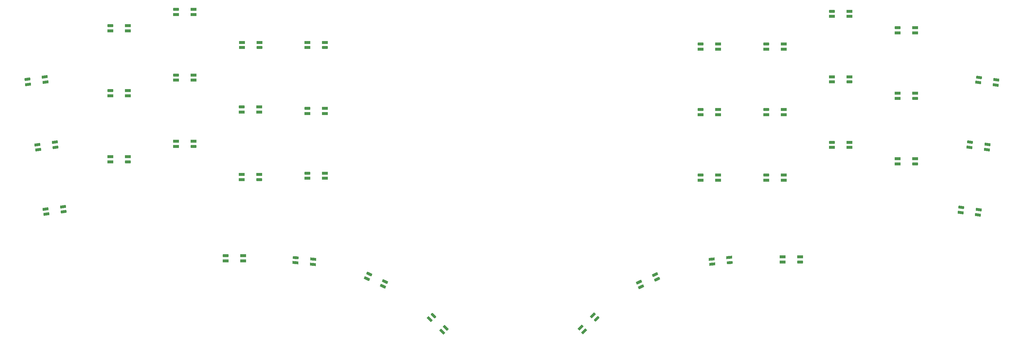
<source format=gbr>
G04 #@! TF.GenerationSoftware,KiCad,Pcbnew,(6.0.7)*
G04 #@! TF.CreationDate,2022-09-25T19:35:04+02:00*
G04 #@! TF.ProjectId,xiao_split,7869616f-5f73-4706-9c69-742e6b696361,rev?*
G04 #@! TF.SameCoordinates,Original*
G04 #@! TF.FileFunction,Paste,Bot*
G04 #@! TF.FilePolarity,Positive*
%FSLAX46Y46*%
G04 Gerber Fmt 4.6, Leading zero omitted, Abs format (unit mm)*
G04 Created by KiCad (PCBNEW (6.0.7)) date 2022-09-25 19:35:04*
%MOMM*%
%LPD*%
G01*
G04 APERTURE LIST*
G04 Aperture macros list*
%AMRoundRect*
0 Rectangle with rounded corners*
0 $1 Rounding radius*
0 $2 $3 $4 $5 $6 $7 $8 $9 X,Y pos of 4 corners*
0 Add a 4 corners polygon primitive as box body*
4,1,4,$2,$3,$4,$5,$6,$7,$8,$9,$2,$3,0*
0 Add four circle primitives for the rounded corners*
1,1,$1+$1,$2,$3*
1,1,$1+$1,$4,$5*
1,1,$1+$1,$6,$7*
1,1,$1+$1,$8,$9*
0 Add four rect primitives between the rounded corners*
20,1,$1+$1,$2,$3,$4,$5,0*
20,1,$1+$1,$4,$5,$6,$7,0*
20,1,$1+$1,$6,$7,$8,$9,0*
20,1,$1+$1,$8,$9,$2,$3,0*%
%AMRotRect*
0 Rectangle, with rotation*
0 The origin of the aperture is its center*
0 $1 length*
0 $2 width*
0 $3 Rotation angle, in degrees counterclockwise*
0 Add horizontal line*
21,1,$1,$2,0,0,$3*%
G04 Aperture macros list end*
%ADD10R,1.700000X0.820000*%
%ADD11RoundRect,0.205000X0.645000X0.205000X-0.645000X0.205000X-0.645000X-0.205000X0.645000X-0.205000X0*%
%ADD12RotRect,1.700000X0.820000X172.000000*%
%ADD13RoundRect,0.205000X0.667253X0.113238X-0.610192X0.292772X-0.667253X-0.113238X0.610192X-0.292772X0*%
%ADD14RoundRect,0.205000X-0.645000X-0.205000X0.645000X-0.205000X0.645000X0.205000X-0.645000X0.205000X0*%
%ADD15RotRect,1.700000X0.820000X5.000000*%
%ADD16RoundRect,0.205000X-0.624679X-0.260435X0.660413X-0.148004X0.624679X0.260435X-0.660413X0.148004X0*%
%ADD17RotRect,1.700000X0.820000X45.000000*%
%ADD18RoundRect,0.205000X-0.311127X-0.601041X0.601041X0.311127X0.311127X0.601041X-0.601041X-0.311127X0*%
%ADD19RotRect,1.700000X0.820000X25.000000*%
%ADD20RoundRect,0.205000X-0.497932X-0.458382X0.671205X0.086796X0.497932X0.458382X-0.671205X-0.086796X0*%
%ADD21RotRect,1.700000X0.820000X8.000000*%
%ADD22RoundRect,0.205000X-0.610192X-0.292772X0.667253X-0.113238X0.610192X0.292772X-0.667253X0.113238X0*%
%ADD23RotRect,1.700000X0.820000X155.000000*%
%ADD24RoundRect,0.205000X0.671205X-0.086796X-0.497932X0.458382X-0.671205X0.086796X0.497932X-0.458382X0*%
%ADD25RotRect,1.700000X0.820000X175.000000*%
%ADD26RoundRect,0.205000X0.660413X0.148004X-0.624679X0.260435X-0.660413X-0.148004X0.624679X-0.260435X0*%
%ADD27RotRect,1.700000X0.820000X135.000000*%
%ADD28RoundRect,0.205000X0.601041X-0.311127X-0.311127X0.601041X-0.601041X0.311127X0.311127X-0.601041X0*%
%ADD29RotRect,1.700000X0.820000X188.000000*%
%ADD30RoundRect,0.205000X0.610192X0.292772X-0.667253X0.113238X-0.610192X-0.292772X0.667253X-0.113238X0*%
G04 APERTURE END LIST*
D10*
G04 #@! TO.C,D11*
X103080000Y-69160000D03*
X103080000Y-67660000D03*
D11*
X97980000Y-67660000D03*
D10*
X97980000Y-69160000D03*
G04 #@! TD*
D12*
G04 #@! TO.C,D33*
X352180804Y-84827592D03*
X352389563Y-83342190D03*
D13*
X347339196Y-82632408D03*
D12*
X347130437Y-84117810D03*
G04 #@! TD*
D10*
G04 #@! TO.C,D52*
X326300000Y-87442500D03*
X326300000Y-88942500D03*
D14*
X331400000Y-88942500D03*
D10*
X331400000Y-87442500D03*
G04 #@! TD*
G04 #@! TO.C,D53*
X293300000Y-74655000D03*
X293300000Y-73155000D03*
D11*
X288200000Y-73155000D03*
D10*
X288200000Y-74655000D03*
G04 #@! TD*
D15*
G04 #@! TO.C,D39*
X272384337Y-116635101D03*
X272515070Y-118129393D03*
D16*
X277595663Y-117684899D03*
D15*
X277464930Y-116190607D03*
G04 #@! TD*
D17*
G04 #@! TO.C,D51*
X234336548Y-136592792D03*
X235397208Y-137653452D03*
D18*
X239003452Y-134047208D03*
D17*
X237942792Y-132986548D03*
G04 #@! TD*
D10*
G04 #@! TO.C,D16*
X122090000Y-45560000D03*
X122090000Y-44060000D03*
D11*
X116990000Y-44060000D03*
D10*
X116990000Y-45560000D03*
G04 #@! TD*
D19*
G04 #@! TO.C,D43*
X251291951Y-123337946D03*
X251925879Y-124697407D03*
D20*
X256548049Y-122542054D03*
D19*
X255914121Y-121182593D03*
G04 #@! TD*
D10*
G04 #@! TO.C,D4*
X155070000Y-53630000D03*
X155070000Y-55130000D03*
D14*
X160170000Y-55130000D03*
D10*
X160170000Y-53630000D03*
G04 #@! TD*
G04 #@! TO.C,D56*
X274250000Y-74655000D03*
X274250000Y-73155000D03*
D11*
X269150000Y-73155000D03*
D10*
X269150000Y-74655000D03*
G04 #@! TD*
G04 #@! TO.C,D24*
X103080000Y-50295000D03*
X103080000Y-48795000D03*
D11*
X97980000Y-48795000D03*
D10*
X97980000Y-50295000D03*
G04 #@! TD*
G04 #@! TO.C,D32*
X274250000Y-93705000D03*
X274250000Y-92205000D03*
D11*
X269150000Y-92205000D03*
D10*
X269150000Y-93705000D03*
G04 #@! TD*
G04 #@! TO.C,D22*
X97970000Y-86890000D03*
X97970000Y-88390000D03*
D14*
X103070000Y-88390000D03*
D10*
X103070000Y-86890000D03*
G04 #@! TD*
D21*
G04 #@! TO.C,D3*
X76810437Y-83367190D03*
X77019196Y-84852592D03*
D22*
X82069563Y-84142810D03*
D21*
X81860804Y-82657408D03*
G04 #@! TD*
D10*
G04 #@! TO.C,D23*
X141150000Y-73915000D03*
X141150000Y-72415000D03*
D11*
X136050000Y-72415000D03*
D10*
X136050000Y-73915000D03*
G04 #@! TD*
G04 #@! TO.C,D44*
X312350000Y-84180000D03*
X312350000Y-82680000D03*
D11*
X307250000Y-82680000D03*
D10*
X307250000Y-84180000D03*
G04 #@! TD*
G04 #@! TO.C,D54*
X331400000Y-50842500D03*
X331400000Y-49342500D03*
D11*
X326300000Y-49342500D03*
D10*
X326300000Y-50842500D03*
G04 #@! TD*
G04 #@! TO.C,D1*
X136463235Y-117164771D03*
X136463235Y-115664771D03*
D11*
X131363235Y-115664771D03*
D10*
X131363235Y-117164771D03*
G04 #@! TD*
G04 #@! TO.C,D31*
X292962500Y-116017500D03*
X292962500Y-117517500D03*
D14*
X298062500Y-117517500D03*
D10*
X298062500Y-116017500D03*
G04 #@! TD*
G04 #@! TO.C,D14*
X116980000Y-82410000D03*
X116980000Y-83910000D03*
D14*
X122080000Y-83910000D03*
D10*
X122080000Y-82410000D03*
G04 #@! TD*
G04 #@! TO.C,D45*
X307250000Y-63630000D03*
X307250000Y-65130000D03*
D14*
X312350000Y-65130000D03*
D10*
X312350000Y-63630000D03*
G04 #@! TD*
G04 #@! TO.C,D2*
X160170000Y-93150000D03*
X160170000Y-91650000D03*
D11*
X155070000Y-91650000D03*
D10*
X155070000Y-93150000D03*
G04 #@! TD*
D12*
G04 #@! TO.C,D57*
X354750804Y-66000232D03*
X354959563Y-64514830D03*
D13*
X349909196Y-63805048D03*
D12*
X349700437Y-65290450D03*
G04 #@! TD*
D10*
G04 #@! TO.C,D40*
X293300000Y-93705000D03*
X293300000Y-92205000D03*
D11*
X288200000Y-92205000D03*
D10*
X288200000Y-93705000D03*
G04 #@! TD*
G04 #@! TO.C,D41*
X326300000Y-68392500D03*
X326300000Y-69892500D03*
D14*
X331400000Y-69892500D03*
D10*
X331400000Y-68392500D03*
G04 #@! TD*
G04 #@! TO.C,D12*
X136150000Y-53645000D03*
X136150000Y-55145000D03*
D14*
X141250000Y-55145000D03*
D10*
X141250000Y-53645000D03*
G04 #@! TD*
G04 #@! TO.C,D26*
X160170000Y-74335000D03*
X160170000Y-72835000D03*
D11*
X155070000Y-72835000D03*
D10*
X155070000Y-74335000D03*
G04 #@! TD*
G04 #@! TO.C,D15*
X122090000Y-64620000D03*
X122090000Y-63120000D03*
D11*
X116990000Y-63120000D03*
D10*
X116990000Y-64620000D03*
G04 #@! TD*
G04 #@! TO.C,D42*
X293300000Y-55605000D03*
X293300000Y-54105000D03*
D11*
X288200000Y-54105000D03*
D10*
X288200000Y-55605000D03*
G04 #@! TD*
D23*
G04 #@! TO.C,D13*
X177034121Y-124527407D03*
X177668049Y-123167946D03*
D24*
X173045879Y-121012593D03*
D23*
X172411951Y-122372054D03*
G04 #@! TD*
D21*
G04 #@! TO.C,D25*
X79180437Y-102092190D03*
X79389196Y-103577592D03*
D22*
X84439563Y-102867810D03*
D21*
X84230804Y-101382408D03*
G04 #@! TD*
D12*
G04 #@! TO.C,D55*
X349630804Y-103787592D03*
X349839563Y-102302190D03*
D13*
X344789196Y-101592408D03*
D12*
X344580437Y-103077810D03*
G04 #@! TD*
D25*
G04 #@! TO.C,D9*
X156694930Y-118153555D03*
X156825663Y-116659263D03*
D26*
X151745070Y-116214769D03*
D25*
X151614337Y-117709061D03*
G04 #@! TD*
D10*
G04 #@! TO.C,D46*
X312350000Y-46080000D03*
X312350000Y-44580000D03*
D11*
X307250000Y-44580000D03*
D10*
X307250000Y-46080000D03*
G04 #@! TD*
D27*
G04 #@! TO.C,D21*
X194222792Y-137725909D03*
X195283452Y-136665249D03*
D28*
X191677208Y-133059005D03*
D27*
X190616548Y-134119665D03*
G04 #@! TD*
D29*
G04 #@! TO.C,D27*
X79159563Y-65147810D03*
X78950804Y-63662408D03*
D30*
X73900437Y-64372190D03*
D29*
X74109196Y-65857592D03*
G04 #@! TD*
D10*
G04 #@! TO.C,D34*
X274250000Y-55605000D03*
X274250000Y-54105000D03*
D11*
X269150000Y-54105000D03*
D10*
X269150000Y-55605000D03*
G04 #@! TD*
G04 #@! TO.C,D10*
X136050000Y-92025000D03*
X136050000Y-93525000D03*
D14*
X141150000Y-93525000D03*
D10*
X141150000Y-92025000D03*
G04 #@! TD*
M02*

</source>
